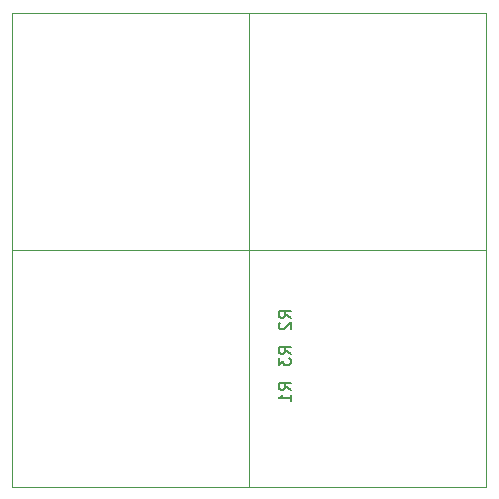
<source format=gbr>
G04 #@! TF.GenerationSoftware,KiCad,Pcbnew,(5.99.0-11522-g728b160719)*
G04 #@! TF.CreationDate,2021-08-06T10:17:42+10:00*
G04 #@! TF.ProjectId,Stencil,5374656e-6369-46c2-9e6b-696361645f70,0.2*
G04 #@! TF.SameCoordinates,Original*
G04 #@! TF.FileFunction,Legend,Bot*
G04 #@! TF.FilePolarity,Positive*
%FSLAX46Y46*%
G04 Gerber Fmt 4.6, Leading zero omitted, Abs format (unit mm)*
G04 Created by KiCad (PCBNEW (5.99.0-11522-g728b160719)) date 2021-08-06 10:17:42*
%MOMM*%
%LPD*%
G01*
G04 APERTURE LIST*
G04 #@! TA.AperFunction,Profile*
%ADD10C,0.100000*%
G04 #@! TD*
%ADD11C,0.150000*%
G04 APERTURE END LIST*
D10*
X113259000Y-96114000D02*
X93193000Y-96114000D01*
X93193000Y-96114000D02*
X93193000Y-76048000D01*
X93193000Y-76048000D02*
X113259000Y-76048000D01*
X113259000Y-76048000D02*
X113259000Y-96114000D01*
X113259000Y-76048000D02*
X93193000Y-76048000D01*
X93193000Y-76048000D02*
X93193000Y-55982000D01*
X93193000Y-55982000D02*
X113259000Y-55982000D01*
X113259000Y-55982000D02*
X113259000Y-76048000D01*
X133325000Y-96114000D02*
X113259000Y-96114000D01*
X113259000Y-96114000D02*
X113259000Y-76048000D01*
X113259000Y-76048000D02*
X133325000Y-76048000D01*
X133325000Y-76048000D02*
X133325000Y-96114000D01*
X133325000Y-76048000D02*
X113259000Y-76048000D01*
X113259000Y-76048000D02*
X113259000Y-55982000D01*
X113259000Y-55982000D02*
X133325000Y-55982000D01*
X133325000Y-55982000D02*
X133325000Y-76048000D01*
D11*
G04 #@! TO.C,R3*
X116734380Y-84898333D02*
X116258190Y-84565000D01*
X116734380Y-84326904D02*
X115734380Y-84326904D01*
X115734380Y-84707857D01*
X115782000Y-84803095D01*
X115829619Y-84850714D01*
X115924857Y-84898333D01*
X116067714Y-84898333D01*
X116162952Y-84850714D01*
X116210571Y-84803095D01*
X116258190Y-84707857D01*
X116258190Y-84326904D01*
X115734380Y-85231666D02*
X115734380Y-85850714D01*
X116115333Y-85517380D01*
X116115333Y-85660238D01*
X116162952Y-85755476D01*
X116210571Y-85803095D01*
X116305809Y-85850714D01*
X116543904Y-85850714D01*
X116639142Y-85803095D01*
X116686761Y-85755476D01*
X116734380Y-85660238D01*
X116734380Y-85374523D01*
X116686761Y-85279285D01*
X116639142Y-85231666D01*
G04 #@! TO.C,R2*
X116734380Y-81850333D02*
X116258190Y-81517000D01*
X116734380Y-81278904D02*
X115734380Y-81278904D01*
X115734380Y-81659857D01*
X115782000Y-81755095D01*
X115829619Y-81802714D01*
X115924857Y-81850333D01*
X116067714Y-81850333D01*
X116162952Y-81802714D01*
X116210571Y-81755095D01*
X116258190Y-81659857D01*
X116258190Y-81278904D01*
X115829619Y-82231285D02*
X115782000Y-82278904D01*
X115734380Y-82374142D01*
X115734380Y-82612238D01*
X115782000Y-82707476D01*
X115829619Y-82755095D01*
X115924857Y-82802714D01*
X116020095Y-82802714D01*
X116162952Y-82755095D01*
X116734380Y-82183666D01*
X116734380Y-82802714D01*
G04 #@! TO.C,R1*
X116734380Y-87946333D02*
X116258190Y-87613000D01*
X116734380Y-87374904D02*
X115734380Y-87374904D01*
X115734380Y-87755857D01*
X115782000Y-87851095D01*
X115829619Y-87898714D01*
X115924857Y-87946333D01*
X116067714Y-87946333D01*
X116162952Y-87898714D01*
X116210571Y-87851095D01*
X116258190Y-87755857D01*
X116258190Y-87374904D01*
X116734380Y-88898714D02*
X116734380Y-88327285D01*
X116734380Y-88613000D02*
X115734380Y-88613000D01*
X115877238Y-88517761D01*
X115972476Y-88422523D01*
X116020095Y-88327285D01*
G04 #@! TD*
M02*

</source>
